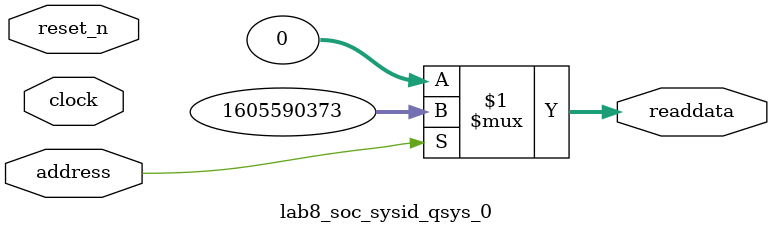
<source format=v>



// synthesis translate_off
`timescale 1ns / 1ps
// synthesis translate_on

// turn off superfluous verilog processor warnings 
// altera message_level Level1 
// altera message_off 10034 10035 10036 10037 10230 10240 10030 

module lab8_soc_sysid_qsys_0 (
               // inputs:
                address,
                clock,
                reset_n,

               // outputs:
                readdata
             )
;

  output  [ 31: 0] readdata;
  input            address;
  input            clock;
  input            reset_n;

  wire    [ 31: 0] readdata;
  //control_slave, which is an e_avalon_slave
  assign readdata = address ? 1605590373 : 0;

endmodule



</source>
